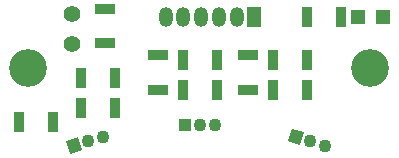
<source format=gbr>
G04 #@! TF.FileFunction,Soldermask,Top*
%FSLAX46Y46*%
G04 Gerber Fmt 4.6, Leading zero omitted, Abs format (unit mm)*
G04 Created by KiCad (PCBNEW (after 2015-mar-04 BZR unknown)-product) date 16.04.2015 13:23:57*
%MOMM*%
G01*
G04 APERTURE LIST*
%ADD10C,0.100000*%
%ADD11C,3.200000*%
%ADD12R,1.198880X1.699260*%
%ADD13O,1.198880X1.699260*%
%ADD14R,1.700000X0.900000*%
%ADD15R,0.900000X1.700000*%
%ADD16R,1.198880X1.198880*%
%ADD17C,1.397000*%
%ADD18C,1.100000*%
%ADD19R,1.100000X1.100000*%
G04 APERTURE END LIST*
D10*
D11*
X138557000Y-117348000D03*
D12*
X157683800Y-113030000D03*
D13*
X154680000Y-113030000D03*
X156180000Y-113030000D03*
X153180000Y-113030000D03*
X151680000Y-113030000D03*
X150180000Y-113030000D03*
D14*
X157124400Y-119204400D03*
X157124400Y-116304400D03*
D15*
X142974400Y-120802400D03*
X145874400Y-120802400D03*
X151610400Y-119278400D03*
X154510400Y-119278400D03*
X159230400Y-119278400D03*
X162130400Y-119278400D03*
D14*
X145034000Y-112342000D03*
X145034000Y-115242000D03*
D15*
X142974400Y-118262400D03*
X145874400Y-118262400D03*
X151610400Y-116738400D03*
X154510400Y-116738400D03*
X159230400Y-116738400D03*
X162130400Y-116738400D03*
D16*
X166463980Y-113030000D03*
X168562020Y-113030000D03*
D15*
X162126000Y-113030000D03*
X165026000Y-113030000D03*
X137742000Y-121920000D03*
X140642000Y-121920000D03*
D14*
X149504400Y-119204400D03*
X149504400Y-116304400D03*
D17*
X142240000Y-112776000D03*
X142240000Y-115316000D03*
D10*
G36*
X161583656Y-123886460D02*
X160531721Y-123564851D01*
X160853330Y-122512916D01*
X161905265Y-122834525D01*
X161583656Y-123886460D01*
X161583656Y-123886460D01*
G37*
D18*
X162433000Y-123571000D03*
X163647507Y-123942312D03*
D19*
X151790400Y-122224800D03*
D18*
X153060400Y-122224800D03*
X154330400Y-122224800D03*
D10*
G36*
X143109265Y-124307475D02*
X142057330Y-124629084D01*
X141735721Y-123577149D01*
X142787656Y-123255540D01*
X143109265Y-124307475D01*
X143109265Y-124307475D01*
G37*
D18*
X143637000Y-123571000D03*
X144851507Y-123199688D03*
D11*
X167513000Y-117348000D03*
M02*

</source>
